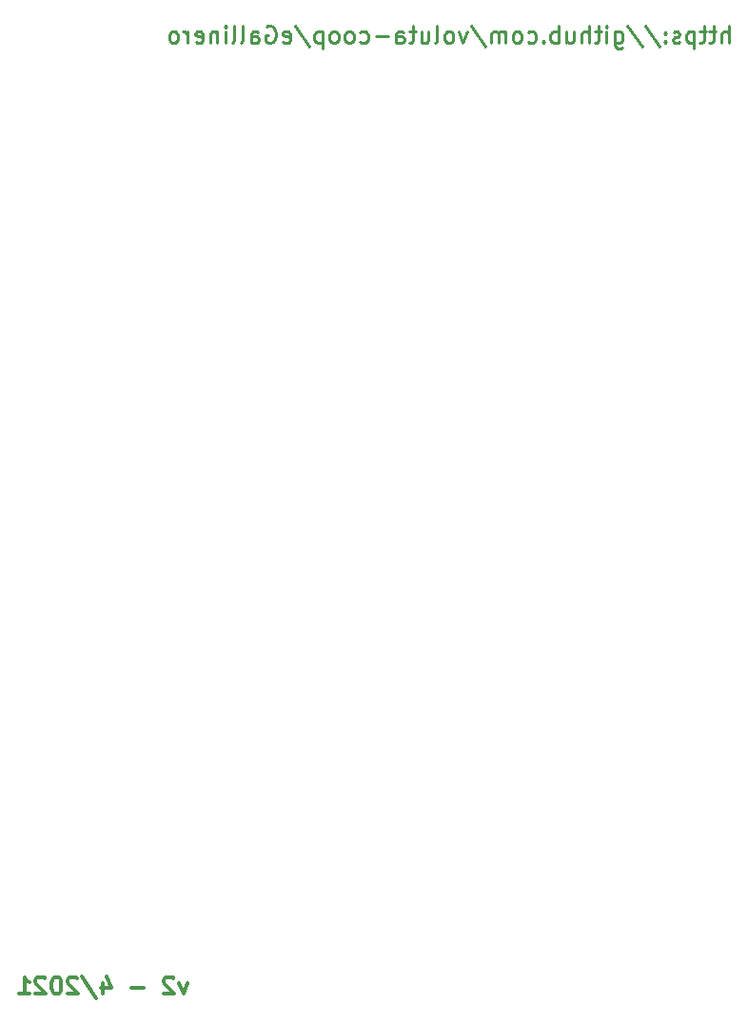
<source format=gbo>
G04 #@! TF.GenerationSoftware,KiCad,Pcbnew,5.1.5+dfsg1-2build2*
G04 #@! TF.CreationDate,2021-04-22T17:56:20+02:00*
G04 #@! TF.ProjectId,eGallinero,6547616c-6c69-46e6-9572-6f2e6b696361,rev?*
G04 #@! TF.SameCoordinates,Original*
G04 #@! TF.FileFunction,Legend,Bot*
G04 #@! TF.FilePolarity,Positive*
%FSLAX46Y46*%
G04 Gerber Fmt 4.6, Leading zero omitted, Abs format (unit mm)*
G04 Created by KiCad (PCBNEW 5.1.5+dfsg1-2build2) date 2021-04-22 17:56:20*
%MOMM*%
%LPD*%
G04 APERTURE LIST*
%ADD10C,0.300000*%
%ADD11C,0.250000*%
G04 APERTURE END LIST*
D10*
X27743800Y3191628D02*
X27386657Y2191628D01*
X27029514Y3191628D01*
X26529514Y3548771D02*
X26458085Y3620200D01*
X26315228Y3691628D01*
X25958085Y3691628D01*
X25815228Y3620200D01*
X25743800Y3548771D01*
X25672371Y3405914D01*
X25672371Y3263057D01*
X25743800Y3048771D01*
X26600942Y2191628D01*
X25672371Y2191628D01*
X23886657Y2763057D02*
X22743800Y2763057D01*
X20243800Y3191628D02*
X20243800Y2191628D01*
X20600942Y3763057D02*
X20958085Y2691628D01*
X20029514Y2691628D01*
X18386657Y3763057D02*
X19672371Y1834485D01*
X17958085Y3548771D02*
X17886657Y3620200D01*
X17743800Y3691628D01*
X17386657Y3691628D01*
X17243800Y3620200D01*
X17172371Y3548771D01*
X17100942Y3405914D01*
X17100942Y3263057D01*
X17172371Y3048771D01*
X18029514Y2191628D01*
X17100942Y2191628D01*
X16172371Y3691628D02*
X16029514Y3691628D01*
X15886657Y3620200D01*
X15815228Y3548771D01*
X15743800Y3405914D01*
X15672371Y3120200D01*
X15672371Y2763057D01*
X15743800Y2477342D01*
X15815228Y2334485D01*
X15886657Y2263057D01*
X16029514Y2191628D01*
X16172371Y2191628D01*
X16315228Y2263057D01*
X16386657Y2334485D01*
X16458085Y2477342D01*
X16529514Y2763057D01*
X16529514Y3120200D01*
X16458085Y3405914D01*
X16386657Y3548771D01*
X16315228Y3620200D01*
X16172371Y3691628D01*
X15100942Y3548771D02*
X15029514Y3620200D01*
X14886657Y3691628D01*
X14529514Y3691628D01*
X14386657Y3620200D01*
X14315228Y3548771D01*
X14243800Y3405914D01*
X14243800Y3263057D01*
X14315228Y3048771D01*
X15172371Y2191628D01*
X14243800Y2191628D01*
X12815228Y2191628D02*
X13672371Y2191628D01*
X13243800Y2191628D02*
X13243800Y3691628D01*
X13386657Y3477342D01*
X13529514Y3334485D01*
X13672371Y3263057D01*
D11*
X75911142Y86799028D02*
X75911142Y88299028D01*
X75268285Y86799028D02*
X75268285Y87584742D01*
X75339714Y87727600D01*
X75482571Y87799028D01*
X75696857Y87799028D01*
X75839714Y87727600D01*
X75911142Y87656171D01*
X74768285Y87799028D02*
X74196857Y87799028D01*
X74554000Y88299028D02*
X74554000Y87013314D01*
X74482571Y86870457D01*
X74339714Y86799028D01*
X74196857Y86799028D01*
X73911142Y87799028D02*
X73339714Y87799028D01*
X73696857Y88299028D02*
X73696857Y87013314D01*
X73625428Y86870457D01*
X73482571Y86799028D01*
X73339714Y86799028D01*
X72839714Y87799028D02*
X72839714Y86299028D01*
X72839714Y87727600D02*
X72696857Y87799028D01*
X72411142Y87799028D01*
X72268285Y87727600D01*
X72196857Y87656171D01*
X72125428Y87513314D01*
X72125428Y87084742D01*
X72196857Y86941885D01*
X72268285Y86870457D01*
X72411142Y86799028D01*
X72696857Y86799028D01*
X72839714Y86870457D01*
X71554000Y86870457D02*
X71411142Y86799028D01*
X71125428Y86799028D01*
X70982571Y86870457D01*
X70911142Y87013314D01*
X70911142Y87084742D01*
X70982571Y87227600D01*
X71125428Y87299028D01*
X71339714Y87299028D01*
X71482571Y87370457D01*
X71554000Y87513314D01*
X71554000Y87584742D01*
X71482571Y87727600D01*
X71339714Y87799028D01*
X71125428Y87799028D01*
X70982571Y87727600D01*
X70268285Y86941885D02*
X70196857Y86870457D01*
X70268285Y86799028D01*
X70339714Y86870457D01*
X70268285Y86941885D01*
X70268285Y86799028D01*
X70268285Y87727600D02*
X70196857Y87656171D01*
X70268285Y87584742D01*
X70339714Y87656171D01*
X70268285Y87727600D01*
X70268285Y87584742D01*
X68482571Y88370457D02*
X69768285Y86441885D01*
X66911142Y88370457D02*
X68196857Y86441885D01*
X65768285Y87799028D02*
X65768285Y86584742D01*
X65839714Y86441885D01*
X65911142Y86370457D01*
X66053999Y86299028D01*
X66268285Y86299028D01*
X66411142Y86370457D01*
X65768285Y86870457D02*
X65911142Y86799028D01*
X66196857Y86799028D01*
X66339714Y86870457D01*
X66411142Y86941885D01*
X66482571Y87084742D01*
X66482571Y87513314D01*
X66411142Y87656171D01*
X66339714Y87727600D01*
X66196857Y87799028D01*
X65911142Y87799028D01*
X65768285Y87727600D01*
X65053999Y86799028D02*
X65053999Y87799028D01*
X65053999Y88299028D02*
X65125428Y88227600D01*
X65053999Y88156171D01*
X64982571Y88227600D01*
X65053999Y88299028D01*
X65053999Y88156171D01*
X64553999Y87799028D02*
X63982571Y87799028D01*
X64339714Y88299028D02*
X64339714Y87013314D01*
X64268285Y86870457D01*
X64125428Y86799028D01*
X63982571Y86799028D01*
X63482571Y86799028D02*
X63482571Y88299028D01*
X62839714Y86799028D02*
X62839714Y87584742D01*
X62911142Y87727600D01*
X63053999Y87799028D01*
X63268285Y87799028D01*
X63411142Y87727600D01*
X63482571Y87656171D01*
X61482571Y87799028D02*
X61482571Y86799028D01*
X62125428Y87799028D02*
X62125428Y87013314D01*
X62053999Y86870457D01*
X61911142Y86799028D01*
X61696857Y86799028D01*
X61553999Y86870457D01*
X61482571Y86941885D01*
X60768285Y86799028D02*
X60768285Y88299028D01*
X60768285Y87727600D02*
X60625428Y87799028D01*
X60339714Y87799028D01*
X60196857Y87727600D01*
X60125428Y87656171D01*
X60053999Y87513314D01*
X60053999Y87084742D01*
X60125428Y86941885D01*
X60196857Y86870457D01*
X60339714Y86799028D01*
X60625428Y86799028D01*
X60768285Y86870457D01*
X59411142Y86941885D02*
X59339714Y86870457D01*
X59411142Y86799028D01*
X59482571Y86870457D01*
X59411142Y86941885D01*
X59411142Y86799028D01*
X58053999Y86870457D02*
X58196857Y86799028D01*
X58482571Y86799028D01*
X58625428Y86870457D01*
X58696857Y86941885D01*
X58768285Y87084742D01*
X58768285Y87513314D01*
X58696857Y87656171D01*
X58625428Y87727600D01*
X58482571Y87799028D01*
X58196857Y87799028D01*
X58053999Y87727600D01*
X57196857Y86799028D02*
X57339714Y86870457D01*
X57411142Y86941885D01*
X57482571Y87084742D01*
X57482571Y87513314D01*
X57411142Y87656171D01*
X57339714Y87727600D01*
X57196857Y87799028D01*
X56982571Y87799028D01*
X56839714Y87727600D01*
X56768285Y87656171D01*
X56696857Y87513314D01*
X56696857Y87084742D01*
X56768285Y86941885D01*
X56839714Y86870457D01*
X56982571Y86799028D01*
X57196857Y86799028D01*
X56053999Y86799028D02*
X56053999Y87799028D01*
X56053999Y87656171D02*
X55982571Y87727600D01*
X55839714Y87799028D01*
X55625428Y87799028D01*
X55482571Y87727600D01*
X55411142Y87584742D01*
X55411142Y86799028D01*
X55411142Y87584742D02*
X55339714Y87727600D01*
X55196857Y87799028D01*
X54982571Y87799028D01*
X54839714Y87727600D01*
X54768285Y87584742D01*
X54768285Y86799028D01*
X52982571Y88370457D02*
X54268285Y86441885D01*
X52625428Y87799028D02*
X52268285Y86799028D01*
X51911142Y87799028D01*
X51125428Y86799028D02*
X51268285Y86870457D01*
X51339714Y86941885D01*
X51411142Y87084742D01*
X51411142Y87513314D01*
X51339714Y87656171D01*
X51268285Y87727600D01*
X51125428Y87799028D01*
X50911142Y87799028D01*
X50768285Y87727600D01*
X50696857Y87656171D01*
X50625428Y87513314D01*
X50625428Y87084742D01*
X50696857Y86941885D01*
X50768285Y86870457D01*
X50911142Y86799028D01*
X51125428Y86799028D01*
X49768285Y86799028D02*
X49911142Y86870457D01*
X49982571Y87013314D01*
X49982571Y88299028D01*
X48553999Y87799028D02*
X48553999Y86799028D01*
X49196857Y87799028D02*
X49196857Y87013314D01*
X49125428Y86870457D01*
X48982571Y86799028D01*
X48768285Y86799028D01*
X48625428Y86870457D01*
X48553999Y86941885D01*
X48053999Y87799028D02*
X47482571Y87799028D01*
X47839714Y88299028D02*
X47839714Y87013314D01*
X47768285Y86870457D01*
X47625428Y86799028D01*
X47482571Y86799028D01*
X46339714Y86799028D02*
X46339714Y87584742D01*
X46411142Y87727600D01*
X46553999Y87799028D01*
X46839714Y87799028D01*
X46982571Y87727600D01*
X46339714Y86870457D02*
X46482571Y86799028D01*
X46839714Y86799028D01*
X46982571Y86870457D01*
X47053999Y87013314D01*
X47053999Y87156171D01*
X46982571Y87299028D01*
X46839714Y87370457D01*
X46482571Y87370457D01*
X46339714Y87441885D01*
X45625428Y87370457D02*
X44482571Y87370457D01*
X43125428Y86870457D02*
X43268285Y86799028D01*
X43553999Y86799028D01*
X43696857Y86870457D01*
X43768285Y86941885D01*
X43839714Y87084742D01*
X43839714Y87513314D01*
X43768285Y87656171D01*
X43696857Y87727600D01*
X43553999Y87799028D01*
X43268285Y87799028D01*
X43125428Y87727600D01*
X42268285Y86799028D02*
X42411142Y86870457D01*
X42482571Y86941885D01*
X42553999Y87084742D01*
X42553999Y87513314D01*
X42482571Y87656171D01*
X42411142Y87727600D01*
X42268285Y87799028D01*
X42053999Y87799028D01*
X41911142Y87727600D01*
X41839714Y87656171D01*
X41768285Y87513314D01*
X41768285Y87084742D01*
X41839714Y86941885D01*
X41911142Y86870457D01*
X42053999Y86799028D01*
X42268285Y86799028D01*
X40911142Y86799028D02*
X41053999Y86870457D01*
X41125428Y86941885D01*
X41196857Y87084742D01*
X41196857Y87513314D01*
X41125428Y87656171D01*
X41053999Y87727600D01*
X40911142Y87799028D01*
X40696857Y87799028D01*
X40553999Y87727600D01*
X40482571Y87656171D01*
X40411142Y87513314D01*
X40411142Y87084742D01*
X40482571Y86941885D01*
X40553999Y86870457D01*
X40696857Y86799028D01*
X40911142Y86799028D01*
X39768285Y87799028D02*
X39768285Y86299028D01*
X39768285Y87727600D02*
X39625428Y87799028D01*
X39339714Y87799028D01*
X39196857Y87727600D01*
X39125428Y87656171D01*
X39053999Y87513314D01*
X39053999Y87084742D01*
X39125428Y86941885D01*
X39196857Y86870457D01*
X39339714Y86799028D01*
X39625428Y86799028D01*
X39768285Y86870457D01*
X37339714Y88370457D02*
X38625428Y86441885D01*
X36268285Y86870457D02*
X36411142Y86799028D01*
X36696857Y86799028D01*
X36839714Y86870457D01*
X36911142Y87013314D01*
X36911142Y87584742D01*
X36839714Y87727600D01*
X36696857Y87799028D01*
X36411142Y87799028D01*
X36268285Y87727600D01*
X36196857Y87584742D01*
X36196857Y87441885D01*
X36911142Y87299028D01*
X34768285Y88227600D02*
X34911142Y88299028D01*
X35125428Y88299028D01*
X35339714Y88227600D01*
X35482571Y88084742D01*
X35553999Y87941885D01*
X35625428Y87656171D01*
X35625428Y87441885D01*
X35553999Y87156171D01*
X35482571Y87013314D01*
X35339714Y86870457D01*
X35125428Y86799028D01*
X34982571Y86799028D01*
X34768285Y86870457D01*
X34696857Y86941885D01*
X34696857Y87441885D01*
X34982571Y87441885D01*
X33411142Y86799028D02*
X33411142Y87584742D01*
X33482571Y87727600D01*
X33625428Y87799028D01*
X33911142Y87799028D01*
X34053999Y87727600D01*
X33411142Y86870457D02*
X33553999Y86799028D01*
X33911142Y86799028D01*
X34053999Y86870457D01*
X34125428Y87013314D01*
X34125428Y87156171D01*
X34053999Y87299028D01*
X33911142Y87370457D01*
X33553999Y87370457D01*
X33411142Y87441885D01*
X32482571Y86799028D02*
X32625428Y86870457D01*
X32696857Y87013314D01*
X32696857Y88299028D01*
X31696857Y86799028D02*
X31839714Y86870457D01*
X31911142Y87013314D01*
X31911142Y88299028D01*
X31125428Y86799028D02*
X31125428Y87799028D01*
X31125428Y88299028D02*
X31196857Y88227600D01*
X31125428Y88156171D01*
X31053999Y88227600D01*
X31125428Y88299028D01*
X31125428Y88156171D01*
X30411142Y87799028D02*
X30411142Y86799028D01*
X30411142Y87656171D02*
X30339714Y87727600D01*
X30196857Y87799028D01*
X29982571Y87799028D01*
X29839714Y87727600D01*
X29768285Y87584742D01*
X29768285Y86799028D01*
X28482571Y86870457D02*
X28625428Y86799028D01*
X28911142Y86799028D01*
X29053999Y86870457D01*
X29125428Y87013314D01*
X29125428Y87584742D01*
X29053999Y87727600D01*
X28911142Y87799028D01*
X28625428Y87799028D01*
X28482571Y87727600D01*
X28411142Y87584742D01*
X28411142Y87441885D01*
X29125428Y87299028D01*
X27768285Y86799028D02*
X27768285Y87799028D01*
X27768285Y87513314D02*
X27696857Y87656171D01*
X27625428Y87727600D01*
X27482571Y87799028D01*
X27339714Y87799028D01*
X26625428Y86799028D02*
X26768285Y86870457D01*
X26839714Y86941885D01*
X26911142Y87084742D01*
X26911142Y87513314D01*
X26839714Y87656171D01*
X26768285Y87727600D01*
X26625428Y87799028D01*
X26411142Y87799028D01*
X26268285Y87727600D01*
X26196857Y87656171D01*
X26125428Y87513314D01*
X26125428Y87084742D01*
X26196857Y86941885D01*
X26268285Y86870457D01*
X26411142Y86799028D01*
X26625428Y86799028D01*
M02*

</source>
